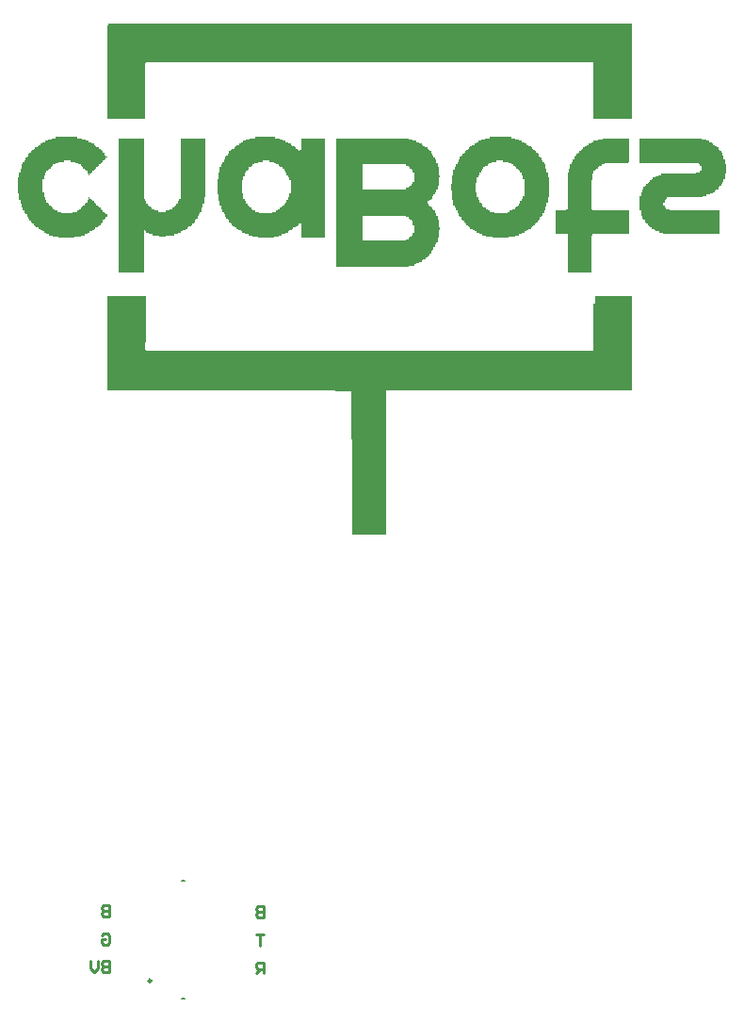
<source format=gbr>
G04*
G04 #@! TF.GenerationSoftware,Altium Limited,Altium Designer,25.4.2 (15)*
G04*
G04 Layer_Color=32896*
%FSLAX44Y44*%
%MOMM*%
G71*
G04*
G04 #@! TF.SameCoordinates,CE8B7503-BC5D-454C-BBEA-07EE3AA0370F*
G04*
G04*
G04 #@! TF.FilePolarity,Positive*
G04*
G01*
G75*
%ADD10C,0.2500*%
%ADD11C,0.2000*%
%ADD17C,0.2540*%
G36*
X1333591Y1397183D02*
X1299382D01*
Y1447907D01*
X897128D01*
Y1446728D01*
X895948D01*
Y1397183D01*
X861739D01*
Y1480937D01*
X862918D01*
Y1482117D01*
X1333591D01*
Y1397183D01*
D02*
G37*
G36*
X834607Y1379489D02*
X839326D01*
Y1378309D01*
X842865D01*
Y1377130D01*
X845224D01*
Y1375950D01*
X847583D01*
Y1374770D01*
X849943D01*
Y1373591D01*
X851122D01*
Y1372411D01*
X852302D01*
Y1371232D01*
X854661D01*
Y1370052D01*
X855841D01*
Y1368872D01*
X857020D01*
Y1367693D01*
X858200D01*
Y1366513D01*
X859380D01*
Y1364154D01*
X860559D01*
Y1362974D01*
X861739D01*
Y1361794D01*
X860559D01*
Y1360615D01*
X859380D01*
Y1359435D01*
X858200D01*
Y1358256D01*
X857020D01*
Y1357076D01*
X855841D01*
Y1355896D01*
X854661D01*
Y1354717D01*
X853482D01*
Y1353537D01*
X852302D01*
Y1352357D01*
X851122D01*
Y1351178D01*
X849943D01*
Y1349998D01*
X848763D01*
Y1348819D01*
X847583D01*
Y1347639D01*
X846404D01*
Y1346459D01*
X845224D01*
Y1347639D01*
X844044D01*
Y1349998D01*
X842865D01*
Y1351178D01*
X841685D01*
Y1352357D01*
X840506D01*
Y1353537D01*
X839326D01*
Y1354717D01*
X838146D01*
Y1355896D01*
X835787D01*
Y1357076D01*
X833428D01*
Y1358256D01*
X828709D01*
Y1359435D01*
X822811D01*
Y1358256D01*
X818093D01*
Y1357076D01*
X815733D01*
Y1355896D01*
X813374D01*
Y1354717D01*
X812195D01*
Y1353537D01*
X811015D01*
Y1352357D01*
X809835D01*
Y1351178D01*
X808656D01*
Y1349998D01*
X807476D01*
Y1348819D01*
X806296D01*
Y1346459D01*
X805117D01*
Y1342920D01*
X803937D01*
Y1331124D01*
X805117D01*
Y1326406D01*
X806296D01*
Y1324046D01*
X807476D01*
Y1321687D01*
X808656D01*
Y1320507D01*
X809835D01*
Y1319328D01*
X811015D01*
Y1318148D01*
X812195D01*
Y1316969D01*
X813374D01*
Y1315789D01*
X814554D01*
Y1314609D01*
X816913D01*
Y1313430D01*
X820452D01*
Y1312250D01*
X831068D01*
Y1313430D01*
X834607D01*
Y1314609D01*
X836967D01*
Y1315789D01*
X838146D01*
Y1316969D01*
X839326D01*
Y1318148D01*
X840506D01*
Y1319328D01*
X841685D01*
Y1320507D01*
X842865D01*
Y1321687D01*
X844044D01*
Y1324046D01*
X845224D01*
Y1326406D01*
X846404D01*
Y1325226D01*
X847583D01*
Y1324046D01*
X848763D01*
Y1322867D01*
X849943D01*
Y1321687D01*
X851122D01*
Y1320507D01*
X852302D01*
Y1319328D01*
X853482D01*
Y1318148D01*
X854661D01*
Y1316969D01*
X855841D01*
Y1315789D01*
X857020D01*
Y1314609D01*
X858200D01*
Y1313430D01*
X859380D01*
Y1312250D01*
X860559D01*
Y1311070D01*
X861739D01*
Y1308711D01*
X860559D01*
Y1307531D01*
X859380D01*
Y1306352D01*
X858200D01*
Y1303993D01*
X857020D01*
Y1302813D01*
X855841D01*
Y1301633D01*
X854661D01*
Y1300454D01*
X853482D01*
Y1299274D01*
X851122D01*
Y1298094D01*
X849943D01*
Y1296915D01*
X848763D01*
Y1295735D01*
X846404D01*
Y1294556D01*
X844044D01*
Y1293376D01*
X841685D01*
Y1292196D01*
X838146D01*
Y1291017D01*
X832248D01*
Y1289837D01*
X818093D01*
Y1291017D01*
X813374D01*
Y1292196D01*
X809835D01*
Y1293376D01*
X807476D01*
Y1294556D01*
X805117D01*
Y1295735D01*
X803937D01*
Y1296915D01*
X801578D01*
Y1298094D01*
X800398D01*
Y1299274D01*
X798039D01*
Y1300454D01*
X796859D01*
Y1301633D01*
X795680D01*
Y1302813D01*
X794500D01*
Y1303993D01*
X793320D01*
Y1305172D01*
X792141D01*
Y1307531D01*
X790961D01*
Y1308711D01*
X789781D01*
Y1311070D01*
X788602D01*
Y1312250D01*
X787422D01*
Y1314609D01*
X786243D01*
Y1316969D01*
X785063D01*
Y1320507D01*
X783883D01*
Y1324046D01*
X782704D01*
Y1329944D01*
X781524D01*
Y1344100D01*
X782704D01*
Y1348819D01*
X783883D01*
Y1352357D01*
X785063D01*
Y1355896D01*
X786243D01*
Y1358256D01*
X787422D01*
Y1359435D01*
X788602D01*
Y1361794D01*
X789781D01*
Y1362974D01*
X790961D01*
Y1365333D01*
X792141D01*
Y1366513D01*
X793320D01*
Y1367693D01*
X794500D01*
Y1368872D01*
X795680D01*
Y1370052D01*
X796859D01*
Y1371232D01*
X799219D01*
Y1372411D01*
X800398D01*
Y1373591D01*
X801578D01*
Y1374770D01*
X803937D01*
Y1375950D01*
X806296D01*
Y1377130D01*
X808656D01*
Y1378309D01*
X812195D01*
Y1379489D01*
X815733D01*
Y1380668D01*
X834607D01*
Y1379489D01*
D02*
G37*
G36*
X950211Y1326406D02*
X949032D01*
Y1320507D01*
X947852D01*
Y1316969D01*
X946672D01*
Y1313430D01*
X945493D01*
Y1311070D01*
X944313D01*
Y1309891D01*
X943133D01*
Y1307531D01*
X941954D01*
Y1306352D01*
X940774D01*
Y1303993D01*
X939594D01*
Y1302813D01*
X938415D01*
Y1301633D01*
X937235D01*
Y1300454D01*
X934876D01*
Y1299274D01*
X933696D01*
Y1298094D01*
X932517D01*
Y1296915D01*
X930157D01*
Y1295735D01*
X927798D01*
Y1294556D01*
X925439D01*
Y1293376D01*
X921900D01*
Y1292196D01*
X914822D01*
Y1291017D01*
X908924D01*
Y1292196D01*
X903026D01*
Y1293376D01*
X899487D01*
Y1294556D01*
X897128D01*
Y1295735D01*
X895948D01*
Y1296915D01*
X894769D01*
Y1294556D01*
Y1293376D01*
Y1259167D01*
X872356D01*
Y1379489D01*
X894769D01*
Y1325226D01*
X895948D01*
Y1322867D01*
X897128D01*
Y1320507D01*
X898307D01*
Y1319328D01*
X899487D01*
Y1318148D01*
X900667D01*
Y1316969D01*
X901846D01*
Y1315789D01*
X904206D01*
Y1314609D01*
X907745D01*
Y1313430D01*
X914822D01*
Y1314609D01*
X918361D01*
Y1315789D01*
X920720D01*
Y1316969D01*
X921900D01*
Y1318148D01*
X923080D01*
Y1319328D01*
X924259D01*
Y1320507D01*
X925439D01*
Y1322867D01*
X926618D01*
Y1325226D01*
X927798D01*
Y1379489D01*
X950211D01*
Y1326406D01*
D02*
G37*
G36*
X1396111Y1378309D02*
X1400830D01*
Y1377130D01*
X1403189D01*
Y1375950D01*
X1405548D01*
Y1374770D01*
X1406728D01*
Y1373591D01*
X1407907D01*
Y1372411D01*
X1410267D01*
Y1371232D01*
X1411446D01*
Y1368872D01*
X1412626D01*
Y1367693D01*
X1413806D01*
Y1366513D01*
X1414985D01*
Y1364154D01*
X1416165D01*
Y1360615D01*
X1417345D01*
Y1355896D01*
X1418524D01*
Y1347639D01*
X1417345D01*
Y1342920D01*
X1416165D01*
Y1340561D01*
X1414985D01*
Y1338202D01*
X1413806D01*
Y1337022D01*
X1412626D01*
Y1335843D01*
X1411446D01*
Y1333483D01*
X1409087D01*
Y1332304D01*
X1407907D01*
Y1331124D01*
X1406728D01*
Y1329944D01*
X1404368D01*
Y1328765D01*
X1400830D01*
Y1327585D01*
X1397291D01*
Y1326406D01*
X1365441D01*
Y1325226D01*
X1364261D01*
Y1324046D01*
X1363082D01*
Y1321687D01*
X1361902D01*
Y1319328D01*
X1363082D01*
Y1316969D01*
X1364261D01*
Y1315789D01*
X1367800D01*
Y1314609D01*
X1412626D01*
Y1293376D01*
X1361902D01*
Y1294556D01*
X1358363D01*
Y1295735D01*
X1354824D01*
Y1296915D01*
X1353645D01*
Y1298094D01*
X1351285D01*
Y1299274D01*
X1350106D01*
Y1300454D01*
X1348926D01*
Y1301633D01*
X1347746D01*
Y1302813D01*
X1346567D01*
Y1303993D01*
X1345387D01*
Y1306352D01*
X1344207D01*
Y1307531D01*
X1343028D01*
Y1309891D01*
X1341848D01*
Y1314609D01*
X1340668D01*
Y1327585D01*
X1341848D01*
Y1331124D01*
X1343028D01*
Y1333483D01*
X1344207D01*
Y1335843D01*
X1345387D01*
Y1337022D01*
X1346567D01*
Y1338202D01*
X1347746D01*
Y1339382D01*
X1348926D01*
Y1340561D01*
X1350106D01*
Y1341741D01*
X1351285D01*
Y1342920D01*
X1352465D01*
Y1344100D01*
X1354824D01*
Y1345280D01*
X1357183D01*
Y1346459D01*
X1359543D01*
Y1347639D01*
X1391393D01*
Y1348819D01*
X1394931D01*
Y1349998D01*
X1396111D01*
Y1354717D01*
X1394931D01*
Y1355896D01*
X1393752D01*
Y1357076D01*
X1340668D01*
Y1379489D01*
X1396111D01*
Y1378309D01*
D02*
G37*
G36*
X1225065Y1379489D02*
X1228604D01*
Y1378309D01*
X1232143D01*
Y1377130D01*
X1234502D01*
Y1375950D01*
X1236861D01*
Y1374770D01*
X1239220D01*
Y1373591D01*
X1240400D01*
Y1372411D01*
X1242759D01*
Y1371232D01*
X1243939D01*
Y1370052D01*
X1245118D01*
Y1368872D01*
X1246298D01*
Y1367693D01*
X1247478D01*
Y1366513D01*
X1248657D01*
Y1365333D01*
X1249837D01*
Y1362974D01*
X1251017D01*
Y1361794D01*
X1252196D01*
Y1359435D01*
X1253376D01*
Y1358256D01*
X1254556D01*
Y1355896D01*
X1255735D01*
Y1352357D01*
X1256915D01*
Y1348819D01*
X1258094D01*
Y1344100D01*
X1259274D01*
Y1326406D01*
X1258094D01*
Y1321687D01*
X1256915D01*
Y1318148D01*
X1255735D01*
Y1314609D01*
X1254556D01*
Y1312250D01*
X1253376D01*
Y1309891D01*
X1252196D01*
Y1308711D01*
X1251017D01*
Y1306352D01*
X1249837D01*
Y1305172D01*
X1248657D01*
Y1303993D01*
X1247478D01*
Y1302813D01*
X1246298D01*
Y1301633D01*
X1245118D01*
Y1300454D01*
X1243939D01*
Y1299274D01*
X1242759D01*
Y1298094D01*
X1240400D01*
Y1296915D01*
X1239220D01*
Y1295735D01*
X1236861D01*
Y1294556D01*
X1234502D01*
Y1293376D01*
X1232143D01*
Y1292196D01*
X1228604D01*
Y1291017D01*
X1222706D01*
Y1289837D01*
X1208550D01*
Y1291017D01*
X1202652D01*
Y1292196D01*
X1199113D01*
Y1293376D01*
X1196754D01*
Y1294556D01*
X1194395D01*
Y1295735D01*
X1192035D01*
Y1296915D01*
X1190856D01*
Y1298094D01*
X1188496D01*
Y1299274D01*
X1187317D01*
Y1300454D01*
X1186137D01*
Y1301633D01*
X1184957D01*
Y1302813D01*
X1183778D01*
Y1303993D01*
X1182598D01*
Y1305172D01*
X1181419D01*
Y1306352D01*
X1180239D01*
Y1308711D01*
X1179059D01*
Y1309891D01*
X1177880D01*
Y1312250D01*
X1176700D01*
Y1314609D01*
X1175520D01*
Y1316969D01*
X1174341D01*
Y1319328D01*
X1173161D01*
Y1324046D01*
X1171982D01*
Y1332304D01*
X1170802D01*
Y1338202D01*
X1171982D01*
Y1346459D01*
X1173161D01*
Y1351178D01*
X1174341D01*
Y1353537D01*
X1175520D01*
Y1355896D01*
X1176700D01*
Y1358256D01*
X1177880D01*
Y1360615D01*
X1179059D01*
Y1362974D01*
X1180239D01*
Y1364154D01*
X1181419D01*
Y1365333D01*
X1182598D01*
Y1366513D01*
X1183778D01*
Y1367693D01*
X1184957D01*
Y1368872D01*
X1186137D01*
Y1370052D01*
X1187317D01*
Y1371232D01*
X1188496D01*
Y1372411D01*
X1189676D01*
Y1373591D01*
X1192035D01*
Y1374770D01*
X1194395D01*
Y1375950D01*
X1195574D01*
Y1377130D01*
X1197933D01*
Y1378309D01*
X1201472D01*
Y1379489D01*
X1206191D01*
Y1380668D01*
X1225065D01*
Y1379489D01*
D02*
G37*
G36*
X1012731D02*
X1017450D01*
Y1378309D01*
X1019809D01*
Y1377130D01*
X1022169D01*
Y1375950D01*
X1024528D01*
Y1374770D01*
X1026887D01*
Y1373591D01*
X1028067D01*
Y1372411D01*
X1030426D01*
Y1371232D01*
X1031606D01*
Y1370052D01*
X1032785D01*
Y1368872D01*
X1033965D01*
Y1367693D01*
X1035145D01*
Y1368872D01*
X1036324D01*
Y1379489D01*
X1057557D01*
Y1351178D01*
Y1349998D01*
Y1289837D01*
X1036324D01*
Y1302813D01*
X1033965D01*
Y1301633D01*
X1032785D01*
Y1300454D01*
X1031606D01*
Y1299274D01*
X1029246D01*
Y1298094D01*
X1028067D01*
Y1296915D01*
X1025707D01*
Y1295735D01*
X1024528D01*
Y1294556D01*
X1022169D01*
Y1293376D01*
X1018630D01*
Y1292196D01*
X1016270D01*
Y1291017D01*
X1011552D01*
Y1289837D01*
X997396D01*
Y1291017D01*
X992678D01*
Y1292196D01*
X989139D01*
Y1293376D01*
X985600D01*
Y1294556D01*
X983241D01*
Y1295735D01*
X982061D01*
Y1296915D01*
X979702D01*
Y1298094D01*
X978522D01*
Y1299274D01*
X976163D01*
Y1300454D01*
X974983D01*
Y1301633D01*
X973804D01*
Y1302813D01*
X972624D01*
Y1303993D01*
X971444D01*
Y1306352D01*
X970265D01*
Y1307531D01*
X969085D01*
Y1308711D01*
X967906D01*
Y1311070D01*
X966726D01*
Y1313430D01*
X965546D01*
Y1315789D01*
X964367D01*
Y1319328D01*
X963187D01*
Y1322867D01*
X962007D01*
Y1328765D01*
X960828D01*
Y1342920D01*
X962007D01*
Y1348819D01*
X963187D01*
Y1353537D01*
X964367D01*
Y1355896D01*
X965546D01*
Y1358256D01*
X966726D01*
Y1360615D01*
X967906D01*
Y1362974D01*
X969085D01*
Y1364154D01*
X970265D01*
Y1365333D01*
X971444D01*
Y1367693D01*
X972624D01*
Y1368872D01*
X973804D01*
Y1370052D01*
X976163D01*
Y1371232D01*
X977343D01*
Y1372411D01*
X978522D01*
Y1373591D01*
X980882D01*
Y1374770D01*
X982061D01*
Y1375950D01*
X984420D01*
Y1377130D01*
X986780D01*
Y1378309D01*
X990319D01*
Y1379489D01*
X995037D01*
Y1380668D01*
X1012731D01*
Y1379489D01*
D02*
G37*
G36*
X1133054Y1378309D02*
X1136593D01*
Y1377130D01*
X1140132D01*
Y1375950D01*
X1142491D01*
Y1374770D01*
X1144850D01*
Y1373591D01*
X1146030D01*
Y1372411D01*
X1147209D01*
Y1371232D01*
X1149568D01*
Y1370052D01*
X1150748D01*
Y1368872D01*
X1151928D01*
Y1367693D01*
X1153107D01*
Y1365333D01*
X1154287D01*
Y1364154D01*
X1155467D01*
Y1361794D01*
X1156646D01*
Y1360615D01*
X1157826D01*
Y1357076D01*
X1159006D01*
Y1353537D01*
X1160185D01*
Y1346459D01*
X1161365D01*
Y1344100D01*
X1160185D01*
Y1337022D01*
X1159006D01*
Y1333483D01*
X1157826D01*
Y1331124D01*
X1156646D01*
Y1328765D01*
X1155467D01*
Y1327585D01*
X1154287D01*
Y1325226D01*
X1153107D01*
Y1324046D01*
X1151928D01*
Y1322867D01*
X1149568D01*
Y1320507D01*
X1150748D01*
Y1319328D01*
X1151928D01*
Y1318148D01*
X1153107D01*
Y1316969D01*
X1154287D01*
Y1315789D01*
X1155467D01*
Y1314609D01*
X1156646D01*
Y1312250D01*
X1157826D01*
Y1309891D01*
X1159006D01*
Y1306352D01*
X1160185D01*
Y1299274D01*
X1161365D01*
Y1296915D01*
X1160185D01*
Y1289837D01*
X1159006D01*
Y1286298D01*
X1157826D01*
Y1283939D01*
X1156646D01*
Y1281580D01*
X1155467D01*
Y1279220D01*
X1154287D01*
Y1278041D01*
X1153107D01*
Y1275682D01*
X1151928D01*
Y1274502D01*
X1150748D01*
Y1273322D01*
X1149568D01*
Y1272143D01*
X1148389D01*
Y1270963D01*
X1146030D01*
Y1269783D01*
X1144850D01*
Y1268604D01*
X1142491D01*
Y1267424D01*
X1140132D01*
Y1266244D01*
X1137772D01*
Y1265065D01*
X1133054D01*
Y1263885D01*
X1068174D01*
Y1379489D01*
X1133054D01*
Y1378309D01*
D02*
G37*
G36*
X1331232Y1358256D02*
X1330052D01*
Y1357076D01*
X1308819D01*
Y1355896D01*
X1306459D01*
Y1354717D01*
X1304100D01*
Y1353537D01*
X1302920D01*
Y1352357D01*
X1301741D01*
Y1351178D01*
X1300561D01*
Y1349998D01*
X1299382D01*
Y1347639D01*
X1298202D01*
Y1341741D01*
X1297022D01*
Y1315789D01*
X1298202D01*
Y1314609D01*
X1331232D01*
Y1293376D01*
X1298202D01*
Y1292196D01*
X1297022D01*
Y1259167D01*
X1275789D01*
Y1293376D01*
X1265172D01*
Y1314609D01*
X1274609D01*
Y1315789D01*
X1275789D01*
Y1348819D01*
X1276969D01*
Y1352357D01*
X1278148D01*
Y1355896D01*
X1279328D01*
Y1358256D01*
X1280507D01*
Y1360615D01*
X1281687D01*
Y1362974D01*
X1282867D01*
Y1364154D01*
X1284046D01*
Y1365333D01*
X1285226D01*
Y1366513D01*
X1286406D01*
Y1367693D01*
X1287585D01*
Y1368872D01*
X1288765D01*
Y1370052D01*
X1289944D01*
Y1371232D01*
X1291124D01*
Y1372411D01*
X1293483D01*
Y1373591D01*
X1294663D01*
Y1374770D01*
X1297022D01*
Y1375950D01*
X1299382D01*
Y1377130D01*
X1302920D01*
Y1378309D01*
X1307639D01*
Y1379489D01*
X1331232D01*
Y1358256D01*
D02*
G37*
G36*
X1333591Y1153000D02*
X1113000D01*
Y1023241D01*
X1082330D01*
Y1109354D01*
X1081150D01*
Y1151820D01*
X1066994D01*
Y1153000D01*
X861739D01*
Y1237933D01*
X897128D01*
Y1196646D01*
X895948D01*
Y1189568D01*
X897128D01*
Y1188389D01*
X1299382D01*
Y1230856D01*
X1300561D01*
Y1237933D01*
X1333591D01*
Y1153000D01*
D02*
G37*
%LPC*%
G36*
X1217987Y1359435D02*
X1212089D01*
Y1358256D01*
X1207370D01*
Y1357076D01*
X1205011D01*
Y1355896D01*
X1203831D01*
Y1354717D01*
X1201472D01*
Y1353537D01*
X1200293D01*
Y1352357D01*
X1199113D01*
Y1349998D01*
X1197933D01*
Y1348819D01*
X1196754D01*
Y1346459D01*
X1195574D01*
Y1344100D01*
X1194395D01*
Y1339382D01*
X1193215D01*
Y1331124D01*
X1194395D01*
Y1326406D01*
X1195574D01*
Y1324046D01*
X1196754D01*
Y1321687D01*
X1197933D01*
Y1320507D01*
X1199113D01*
Y1318148D01*
X1200293D01*
Y1316969D01*
X1202652D01*
Y1315789D01*
X1203831D01*
Y1314609D01*
X1206191D01*
Y1313430D01*
X1209730D01*
Y1312250D01*
X1221526D01*
Y1313430D01*
X1223885D01*
Y1314609D01*
X1226245D01*
Y1315789D01*
X1228604D01*
Y1316969D01*
X1229783D01*
Y1318148D01*
X1230963D01*
Y1319328D01*
X1232143D01*
Y1320507D01*
X1233322D01*
Y1322867D01*
X1234502D01*
Y1325226D01*
X1235682D01*
Y1327585D01*
X1236861D01*
Y1342920D01*
X1235682D01*
Y1346459D01*
X1234502D01*
Y1348819D01*
X1233322D01*
Y1349998D01*
X1232143D01*
Y1351178D01*
X1230963D01*
Y1352357D01*
X1229783D01*
Y1353537D01*
X1228604D01*
Y1354717D01*
X1227424D01*
Y1355896D01*
X1225065D01*
Y1357076D01*
X1222706D01*
Y1358256D01*
X1217987D01*
Y1359435D01*
D02*
G37*
G36*
X1008013D02*
X1002115D01*
Y1358256D01*
X997396D01*
Y1357076D01*
X993857D01*
Y1355896D01*
X992678D01*
Y1354717D01*
X991498D01*
Y1353537D01*
X989139D01*
Y1351178D01*
X987959D01*
Y1349998D01*
X986780D01*
Y1348819D01*
X985600D01*
Y1345280D01*
X984420D01*
Y1341741D01*
X983241D01*
Y1329944D01*
X984420D01*
Y1325226D01*
X985600D01*
Y1322867D01*
X986780D01*
Y1320507D01*
X987959D01*
Y1319328D01*
X989139D01*
Y1318148D01*
X990319D01*
Y1316969D01*
X991498D01*
Y1315789D01*
X992678D01*
Y1314609D01*
X995037D01*
Y1313430D01*
X998576D01*
Y1312250D01*
X1010372D01*
Y1313430D01*
X1013911D01*
Y1314609D01*
X1015091D01*
Y1315789D01*
X1017450D01*
Y1316969D01*
X1018630D01*
Y1318148D01*
X1019809D01*
Y1319328D01*
X1020989D01*
Y1320507D01*
X1022169D01*
Y1321687D01*
X1023348D01*
Y1324046D01*
X1024528D01*
Y1326406D01*
X1025707D01*
Y1329944D01*
X1026887D01*
Y1341741D01*
X1025707D01*
Y1344100D01*
X1024528D01*
Y1346459D01*
X1023348D01*
Y1348819D01*
X1022169D01*
Y1349998D01*
X1020989D01*
Y1352357D01*
X1019809D01*
Y1353537D01*
X1017450D01*
Y1354717D01*
X1016270D01*
Y1355896D01*
X1013911D01*
Y1357076D01*
X1011552D01*
Y1358256D01*
X1008013D01*
Y1359435D01*
D02*
G37*
G36*
X1130695Y1355896D02*
X1091767D01*
Y1333483D01*
X1130695D01*
Y1334663D01*
X1133054D01*
Y1335843D01*
X1134233D01*
Y1337022D01*
X1135413D01*
Y1338202D01*
X1136593D01*
Y1340561D01*
X1137772D01*
Y1348819D01*
X1136593D01*
Y1351178D01*
X1135413D01*
Y1352357D01*
X1134233D01*
Y1353537D01*
X1133054D01*
Y1354717D01*
X1130695D01*
Y1355896D01*
D02*
G37*
G36*
Y1309891D02*
X1091767D01*
Y1287478D01*
X1130695D01*
Y1288657D01*
X1133054D01*
Y1289837D01*
X1134233D01*
Y1291017D01*
X1135413D01*
Y1292196D01*
X1136593D01*
Y1294556D01*
X1137772D01*
Y1301633D01*
X1136593D01*
Y1305172D01*
X1135413D01*
Y1306352D01*
X1134233D01*
Y1307531D01*
X1133054D01*
Y1308711D01*
X1130695D01*
Y1309891D01*
D02*
G37*
%LPD*%
D10*
X901500Y622850D02*
G03*
X901500Y622850I-1250J0D01*
G01*
D11*
X928750Y713000D02*
X931250D01*
X928750Y607000D02*
X931250D01*
D17*
X863460Y640537D02*
Y630540D01*
X858462D01*
X856796Y632206D01*
Y633872D01*
X858462Y635538D01*
X863460D01*
X858462D01*
X856796Y637205D01*
Y638871D01*
X858462Y640537D01*
X863460D01*
X853463D02*
Y633872D01*
X850131Y630540D01*
X846799Y633872D01*
Y640537D01*
X856796Y663871D02*
X858462Y665537D01*
X861794D01*
X863460Y663871D01*
Y657206D01*
X861794Y655540D01*
X858462D01*
X856796Y657206D01*
Y660538D01*
X860128D01*
X863460Y690537D02*
Y680540D01*
X858462D01*
X856796Y682206D01*
Y683872D01*
X858462Y685538D01*
X863460D01*
X858462D01*
X856796Y687205D01*
Y688871D01*
X858462Y690537D01*
X863460D01*
X1002460Y689537D02*
Y679540D01*
X997462D01*
X995796Y681206D01*
Y682872D01*
X997462Y684538D01*
X1002460D01*
X997462D01*
X995796Y686205D01*
Y687871D01*
X997462Y689537D01*
X1002460D01*
Y629540D02*
Y639537D01*
X997462D01*
X995796Y637871D01*
Y634538D01*
X997462Y632872D01*
X1002460D01*
X999128D02*
X995796Y629540D01*
X1002460Y664537D02*
X995796D01*
X999128D01*
Y654540D01*
M02*

</source>
